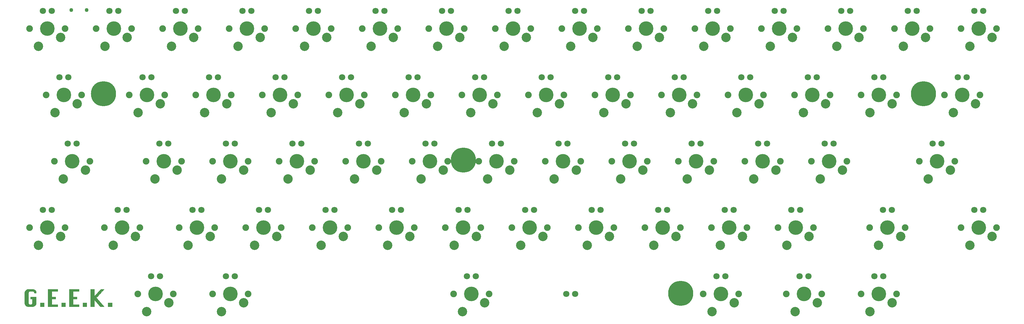
<source format=gbr>
G04 #@! TF.GenerationSoftware,KiCad,Pcbnew,(5.1.2-1)-1*
G04 #@! TF.CreationDate,2020-06-06T23:17:58+08:00*
G04 #@! TF.ProjectId,vim60,76696d36-302e-46b6-9963-61645f706362,rev?*
G04 #@! TF.SameCoordinates,Original*
G04 #@! TF.FileFunction,Soldermask,Top*
G04 #@! TF.FilePolarity,Negative*
%FSLAX46Y46*%
G04 Gerber Fmt 4.6, Leading zero omitted, Abs format (unit mm)*
G04 Created by KiCad (PCBNEW (5.1.2-1)-1) date 2020-06-06 23:17:58*
%MOMM*%
%LPD*%
G04 APERTURE LIST*
%ADD10C,0.100000*%
%ADD11C,1.803400*%
%ADD12C,1.902460*%
%ADD13C,2.702560*%
%ADD14C,4.183380*%
%ADD15C,7.203440*%
%ADD16C,7.204500*%
%ADD17C,1.103200*%
G04 APERTURE END LIST*
D10*
G36*
X71741700Y-188286400D02*
G01*
X71721700Y-188176400D01*
X71701700Y-188096400D01*
X71661700Y-187996400D01*
X71601700Y-187906400D01*
X71531700Y-187836400D01*
X71451700Y-187786400D01*
X71361700Y-187756400D01*
X71251700Y-187736400D01*
X70591700Y-187736400D01*
X70471700Y-187756400D01*
X70371700Y-187796400D01*
X70311700Y-187836400D01*
X70241700Y-187896400D01*
X70171700Y-187976400D01*
X70121700Y-188056400D01*
X70081700Y-188176400D01*
X70071700Y-188276400D01*
X70071700Y-191096400D01*
X70091700Y-191216400D01*
X70131700Y-191316400D01*
X70191700Y-191406400D01*
X70271700Y-191486400D01*
X70371700Y-191556400D01*
X70471700Y-191596400D01*
X70591700Y-191616400D01*
X70671700Y-191616400D01*
X70751700Y-191606400D01*
X70851700Y-191576400D01*
X70951700Y-191536400D01*
X71041700Y-191466400D01*
X71111700Y-191366400D01*
X71161700Y-191256400D01*
X71181700Y-191136400D01*
X71191700Y-191066400D01*
X71191700Y-189956400D01*
X70631700Y-189956400D01*
X70631700Y-189406400D01*
X72291700Y-189406400D01*
X72291700Y-191196400D01*
X72271700Y-191326400D01*
X72241700Y-191456400D01*
X72201700Y-191566400D01*
X72151700Y-191656400D01*
X72091700Y-191746400D01*
X72011700Y-191836400D01*
X71931700Y-191906400D01*
X71861700Y-191956400D01*
X71761700Y-192016400D01*
X71651700Y-192076400D01*
X71521700Y-192126400D01*
X71391700Y-192156400D01*
X71251700Y-192176400D01*
X70041700Y-192176400D01*
X69871700Y-192156400D01*
X69711700Y-192116400D01*
X69571700Y-192056400D01*
X69451700Y-191986400D01*
X69331700Y-191886400D01*
X69241700Y-191796400D01*
X69161700Y-191696400D01*
X69081700Y-191566400D01*
X69031700Y-191456400D01*
X68991700Y-191306400D01*
X68971700Y-191186400D01*
X68961700Y-191066400D01*
X68961700Y-188276400D01*
X68981700Y-188096400D01*
X69011700Y-187956400D01*
X69071700Y-187806400D01*
X69121700Y-187716400D01*
X69201700Y-187606400D01*
X69281700Y-187516400D01*
X69371700Y-187426400D01*
X69481700Y-187346400D01*
X69621700Y-187266400D01*
X69761700Y-187216400D01*
X69921700Y-187186400D01*
X70031700Y-187176400D01*
X71241700Y-187176400D01*
X71451700Y-187196400D01*
X71651700Y-187246400D01*
X71811700Y-187316400D01*
X71951700Y-187416400D01*
X72071700Y-187546400D01*
X72161700Y-187686400D01*
X72231700Y-187876400D01*
X72271700Y-188056400D01*
X72291700Y-188206400D01*
X72291700Y-188286400D01*
X71741700Y-188286400D01*
G37*
X71741700Y-188286400D02*
X71721700Y-188176400D01*
X71701700Y-188096400D01*
X71661700Y-187996400D01*
X71601700Y-187906400D01*
X71531700Y-187836400D01*
X71451700Y-187786400D01*
X71361700Y-187756400D01*
X71251700Y-187736400D01*
X70591700Y-187736400D01*
X70471700Y-187756400D01*
X70371700Y-187796400D01*
X70311700Y-187836400D01*
X70241700Y-187896400D01*
X70171700Y-187976400D01*
X70121700Y-188056400D01*
X70081700Y-188176400D01*
X70071700Y-188276400D01*
X70071700Y-191096400D01*
X70091700Y-191216400D01*
X70131700Y-191316400D01*
X70191700Y-191406400D01*
X70271700Y-191486400D01*
X70371700Y-191556400D01*
X70471700Y-191596400D01*
X70591700Y-191616400D01*
X70671700Y-191616400D01*
X70751700Y-191606400D01*
X70851700Y-191576400D01*
X70951700Y-191536400D01*
X71041700Y-191466400D01*
X71111700Y-191366400D01*
X71161700Y-191256400D01*
X71181700Y-191136400D01*
X71191700Y-191066400D01*
X71191700Y-189956400D01*
X70631700Y-189956400D01*
X70631700Y-189406400D01*
X72291700Y-189406400D01*
X72291700Y-191196400D01*
X72271700Y-191326400D01*
X72241700Y-191456400D01*
X72201700Y-191566400D01*
X72151700Y-191656400D01*
X72091700Y-191746400D01*
X72011700Y-191836400D01*
X71931700Y-191906400D01*
X71861700Y-191956400D01*
X71761700Y-192016400D01*
X71651700Y-192076400D01*
X71521700Y-192126400D01*
X71391700Y-192156400D01*
X71251700Y-192176400D01*
X70041700Y-192176400D01*
X69871700Y-192156400D01*
X69711700Y-192116400D01*
X69571700Y-192056400D01*
X69451700Y-191986400D01*
X69331700Y-191886400D01*
X69241700Y-191796400D01*
X69161700Y-191696400D01*
X69081700Y-191566400D01*
X69031700Y-191456400D01*
X68991700Y-191306400D01*
X68971700Y-191186400D01*
X68961700Y-191066400D01*
X68961700Y-188276400D01*
X68981700Y-188096400D01*
X69011700Y-187956400D01*
X69071700Y-187806400D01*
X69121700Y-187716400D01*
X69201700Y-187606400D01*
X69281700Y-187516400D01*
X69371700Y-187426400D01*
X69481700Y-187346400D01*
X69621700Y-187266400D01*
X69761700Y-187216400D01*
X69921700Y-187186400D01*
X70031700Y-187176400D01*
X71241700Y-187176400D01*
X71451700Y-187196400D01*
X71651700Y-187246400D01*
X71811700Y-187316400D01*
X71951700Y-187416400D01*
X72071700Y-187546400D01*
X72161700Y-187686400D01*
X72231700Y-187876400D01*
X72271700Y-188056400D01*
X72291700Y-188206400D01*
X72291700Y-188286400D01*
X71741700Y-188286400D01*
G36*
X92871700Y-191066400D02*
G01*
X92871700Y-192176400D01*
X93981700Y-192176400D01*
X93981700Y-191066400D01*
X92871700Y-191066400D01*
G37*
X92871700Y-191066400D02*
X92871700Y-192176400D01*
X93981700Y-192176400D01*
X93981700Y-191066400D01*
X92871700Y-191066400D01*
G36*
X85631700Y-191066400D02*
G01*
X85631700Y-192176400D01*
X86741700Y-192176400D01*
X86741700Y-191066400D01*
X85631700Y-191066400D01*
G37*
X85631700Y-191066400D02*
X85631700Y-192176400D01*
X86741700Y-192176400D01*
X86741700Y-191066400D01*
X85631700Y-191066400D01*
G36*
X79521700Y-191066400D02*
G01*
X79521700Y-192176400D01*
X80631700Y-192176400D01*
X80631700Y-191066400D01*
X79521700Y-191066400D01*
G37*
X79521700Y-191066400D02*
X79521700Y-192176400D01*
X80631700Y-192176400D01*
X80631700Y-191066400D01*
X79521700Y-191066400D01*
G36*
X73401700Y-191066400D02*
G01*
X73401700Y-192176400D01*
X74511700Y-192176400D01*
X74511700Y-191066400D01*
X73401700Y-191066400D01*
G37*
X73401700Y-191066400D02*
X73401700Y-192176400D01*
X74511700Y-192176400D01*
X74511700Y-191066400D01*
X73401700Y-191066400D01*
G36*
X87861700Y-187176400D02*
G01*
X87861700Y-192176400D01*
X88971700Y-192176400D01*
X88971700Y-190236400D01*
X90631700Y-192176400D01*
X91751700Y-192176400D01*
X89531700Y-189676400D01*
X91751700Y-187176400D01*
X90761700Y-187176400D01*
X88971700Y-189216400D01*
X88971700Y-187176400D01*
X87861700Y-187176400D01*
G37*
X87861700Y-187176400D02*
X87861700Y-192176400D01*
X88971700Y-192176400D01*
X88971700Y-190236400D01*
X90631700Y-192176400D01*
X91751700Y-192176400D01*
X89531700Y-189676400D01*
X91751700Y-187176400D01*
X90761700Y-187176400D01*
X88971700Y-189216400D01*
X88971700Y-187176400D01*
X87861700Y-187176400D01*
G36*
X81751700Y-187176400D02*
G01*
X81751700Y-192176400D01*
X84521700Y-192176400D01*
X84521700Y-191616400D01*
X82861700Y-191616400D01*
X82861700Y-189956400D01*
X83971700Y-189956400D01*
X83971700Y-189396400D01*
X82861700Y-189396400D01*
X82861700Y-187736400D01*
X84521700Y-187736400D01*
X84521700Y-187176400D01*
X81751700Y-187176400D01*
G37*
X81751700Y-187176400D02*
X81751700Y-192176400D01*
X84521700Y-192176400D01*
X84521700Y-191616400D01*
X82861700Y-191616400D01*
X82861700Y-189956400D01*
X83971700Y-189956400D01*
X83971700Y-189396400D01*
X82861700Y-189396400D01*
X82861700Y-187736400D01*
X84521700Y-187736400D01*
X84521700Y-187176400D01*
X81751700Y-187176400D01*
G36*
X75631700Y-187176400D02*
G01*
X75631700Y-192176400D01*
X78401700Y-192176400D01*
X78401700Y-191616400D01*
X76741700Y-191616400D01*
X76741700Y-189956400D01*
X77851700Y-189956400D01*
X77851700Y-189396400D01*
X76741700Y-189396400D01*
X76741700Y-187736400D01*
X78401700Y-187736400D01*
X78401700Y-187176400D01*
X75631700Y-187176400D01*
G37*
X75631700Y-187176400D02*
X75631700Y-192176400D01*
X78401700Y-192176400D01*
X78401700Y-191616400D01*
X76741700Y-191616400D01*
X76741700Y-189956400D01*
X77851700Y-189956400D01*
X77851700Y-189396400D01*
X76741700Y-189396400D01*
X76741700Y-187736400D01*
X78401700Y-187736400D01*
X78401700Y-187176400D01*
X75631700Y-187176400D01*
D11*
X226601700Y-188526400D03*
X224061700Y-188526400D03*
D12*
X337090000Y-169476500D03*
X347250000Y-169476500D03*
D13*
X345980000Y-172016500D03*
X339630000Y-174556500D03*
D14*
X342170000Y-169476500D03*
D15*
X194574200Y-150127650D03*
X326374100Y-131028450D03*
X256823600Y-188328350D03*
D16*
X91523500Y-131028450D03*
D11*
X76741700Y-107246400D03*
X74201700Y-107246400D03*
X78964199Y-126296400D03*
X81504199Y-126296400D03*
X83885499Y-145347800D03*
X81345499Y-145347800D03*
X76741700Y-164396500D03*
X74201700Y-164396500D03*
X93251700Y-107246400D03*
X95791700Y-107246400D03*
X95632900Y-164396500D03*
X98172900Y-164396500D03*
X107696499Y-183446530D03*
X105156499Y-183446530D03*
X112301700Y-107246400D03*
X114841700Y-107246400D03*
X102775300Y-126296400D03*
X105315300Y-126296400D03*
X110079199Y-145347800D03*
X107539199Y-145347800D03*
X117062800Y-164396500D03*
X119602800Y-164396500D03*
X133891700Y-107246400D03*
X131351700Y-107246400D03*
X124365300Y-126296400D03*
X121825300Y-126296400D03*
X126614201Y-145347800D03*
X129154201Y-145347800D03*
X138652800Y-164396500D03*
X136112800Y-164396500D03*
X126587900Y-183446530D03*
X129127900Y-183446530D03*
X150401700Y-107246400D03*
X152941700Y-107246400D03*
X143415300Y-126296400D03*
X140875300Y-126296400D03*
X145639199Y-145347800D03*
X148179199Y-145347800D03*
X157702800Y-164396500D03*
X155162800Y-164396500D03*
X171991700Y-107246400D03*
X169451700Y-107246400D03*
X159925300Y-126296400D03*
X162465300Y-126296400D03*
X167229199Y-145347800D03*
X164689199Y-145347800D03*
X174212800Y-164396500D03*
X176752800Y-164396500D03*
X188501700Y-107246400D03*
X191041700Y-107246400D03*
X181515300Y-126296400D03*
X178975300Y-126296400D03*
X183739199Y-145347800D03*
X186279199Y-145347800D03*
X195802800Y-164396500D03*
X193262800Y-164396500D03*
X195646000Y-183446530D03*
X198186000Y-183446530D03*
X210091700Y-107246400D03*
X207551700Y-107246400D03*
X200565300Y-126296400D03*
X198025300Y-126296400D03*
X205329199Y-145347800D03*
X202789199Y-145347800D03*
X212312800Y-164396500D03*
X214852800Y-164396500D03*
X226601700Y-107246400D03*
X229141700Y-107246400D03*
X219615300Y-126296400D03*
X217075300Y-126296400D03*
X221839199Y-145347800D03*
X224379199Y-145347800D03*
X233902800Y-164396500D03*
X231362800Y-164396500D03*
X248191700Y-107246400D03*
X245651700Y-107246400D03*
X236125300Y-126296400D03*
X238665300Y-126296400D03*
X243429199Y-145347800D03*
X240889199Y-145347800D03*
X250412800Y-164396500D03*
X252952800Y-164396500D03*
X264701700Y-107246400D03*
X267241700Y-107246400D03*
X257715300Y-126296400D03*
X255175300Y-126296400D03*
X259939199Y-145347800D03*
X262479199Y-145347800D03*
X272002800Y-164396500D03*
X269462800Y-164396500D03*
X267080999Y-183446530D03*
X269620999Y-183446530D03*
X286291700Y-107246400D03*
X283751700Y-107246400D03*
X274225300Y-126296400D03*
X276765300Y-126296400D03*
X281529199Y-145347800D03*
X278989199Y-145347800D03*
X291052800Y-164396500D03*
X288512800Y-164396500D03*
X290897000Y-183446530D03*
X293437000Y-183446530D03*
X302801700Y-107246400D03*
X305341700Y-107246400D03*
X295815300Y-126296400D03*
X293275300Y-126296400D03*
X298039199Y-145347800D03*
X300579199Y-145347800D03*
X312324000Y-183446530D03*
X314864000Y-183446530D03*
X324391700Y-107246400D03*
X321851700Y-107246400D03*
X314865300Y-126296400D03*
X312325300Y-126296400D03*
X328993000Y-145347800D03*
X331533000Y-145347800D03*
X314707000Y-164396500D03*
X317247000Y-164396500D03*
X343441700Y-107246400D03*
X340901700Y-107246400D03*
X336138000Y-126296400D03*
X338678000Y-126296400D03*
X343440000Y-164396500D03*
X340900000Y-164396500D03*
D17*
X82324200Y-106997650D03*
X86724200Y-106997650D03*
D14*
X75471700Y-112326400D03*
D13*
X72931700Y-117406400D03*
X79281700Y-114866400D03*
D12*
X80551700Y-112326400D03*
X70391700Y-112326400D03*
X75154199Y-131376400D03*
X85314199Y-131376400D03*
D13*
X84044199Y-133916400D03*
X77694199Y-136456400D03*
D14*
X80234199Y-131376400D03*
D12*
X77535499Y-150427800D03*
X87695499Y-150427800D03*
D13*
X86425499Y-152967800D03*
X80075499Y-155507800D03*
D14*
X82615499Y-150427800D03*
X75471700Y-169476500D03*
D13*
X72931700Y-174556500D03*
X79281700Y-172016500D03*
D12*
X80551700Y-169476500D03*
X70391700Y-169476500D03*
D14*
X94521700Y-112326400D03*
D13*
X91981700Y-117406400D03*
X98331700Y-114866400D03*
D12*
X99601700Y-112326400D03*
X89441700Y-112326400D03*
D14*
X96902900Y-169476500D03*
D13*
X94362900Y-174556500D03*
X100712900Y-172016500D03*
D12*
X101982900Y-169476500D03*
X91822900Y-169476500D03*
D14*
X106426499Y-188526530D03*
D13*
X103886499Y-193606530D03*
X110236499Y-191066530D03*
D12*
X111506499Y-188526530D03*
X101346499Y-188526530D03*
X108491700Y-112326400D03*
X118651700Y-112326400D03*
D13*
X117381700Y-114866400D03*
X111031700Y-117406400D03*
D14*
X113571700Y-112326400D03*
D12*
X98965300Y-131376400D03*
X109125300Y-131376400D03*
D13*
X107855300Y-133916400D03*
X101505300Y-136456400D03*
D14*
X104045300Y-131376400D03*
X108809199Y-150427800D03*
D13*
X106269199Y-155507800D03*
X112619199Y-152967800D03*
D12*
X113889199Y-150427800D03*
X103729199Y-150427800D03*
X113252800Y-169476500D03*
X123412800Y-169476500D03*
D13*
X122142800Y-172016500D03*
X115792800Y-174556500D03*
D14*
X118332800Y-169476500D03*
X132621700Y-112326400D03*
D13*
X130081700Y-117406400D03*
X136431700Y-114866400D03*
D12*
X137701700Y-112326400D03*
X127541700Y-112326400D03*
X118015300Y-131376400D03*
X128175300Y-131376400D03*
D13*
X126905300Y-133916400D03*
X120555300Y-136456400D03*
D14*
X123095300Y-131376400D03*
D12*
X122804201Y-150427800D03*
X132964201Y-150427800D03*
D13*
X131694201Y-152967800D03*
X125344201Y-155507800D03*
D14*
X127884201Y-150427800D03*
D12*
X132302800Y-169476500D03*
X142462800Y-169476500D03*
D13*
X141192800Y-172016500D03*
X134842800Y-174556500D03*
D14*
X137382800Y-169476500D03*
X127857900Y-188526530D03*
D13*
X125317900Y-193606530D03*
X131667900Y-191066530D03*
D12*
X132937900Y-188526530D03*
X122777900Y-188526530D03*
D14*
X151671700Y-112326400D03*
D13*
X149131700Y-117406400D03*
X155481700Y-114866400D03*
D12*
X156751700Y-112326400D03*
X146591700Y-112326400D03*
X137065300Y-131376400D03*
X147225300Y-131376400D03*
D13*
X145955300Y-133916400D03*
X139605300Y-136456400D03*
D14*
X142145300Y-131376400D03*
X146909199Y-150427800D03*
D13*
X144369199Y-155507800D03*
X150719199Y-152967800D03*
D12*
X151989199Y-150427800D03*
X141829199Y-150427800D03*
X151352800Y-169476500D03*
X161512800Y-169476500D03*
D13*
X160242800Y-172016500D03*
X153892800Y-174556500D03*
D14*
X156432800Y-169476500D03*
X170721700Y-112326400D03*
D13*
X168181700Y-117406400D03*
X174531700Y-114866400D03*
D12*
X175801700Y-112326400D03*
X165641700Y-112326400D03*
X156115300Y-131376400D03*
X166275300Y-131376400D03*
D13*
X165005300Y-133916400D03*
X158655300Y-136456400D03*
D14*
X161195300Y-131376400D03*
D12*
X160879199Y-150427800D03*
X171039199Y-150427800D03*
D13*
X169769199Y-152967800D03*
X163419199Y-155507800D03*
D14*
X165959199Y-150427800D03*
D12*
X170402800Y-169476500D03*
X180562800Y-169476500D03*
D13*
X179292800Y-172016500D03*
X172942800Y-174556500D03*
D14*
X175482800Y-169476500D03*
D12*
X184691700Y-112326400D03*
X194851700Y-112326400D03*
D13*
X193581700Y-114866400D03*
X187231700Y-117406400D03*
D14*
X189771700Y-112326400D03*
D12*
X175165300Y-131376400D03*
X185325300Y-131376400D03*
D13*
X184055300Y-133916400D03*
X177705300Y-136456400D03*
D14*
X180245300Y-131376400D03*
D12*
X179929199Y-150427800D03*
X190089199Y-150427800D03*
D13*
X188819199Y-152967800D03*
X182469199Y-155507800D03*
D14*
X185009199Y-150427800D03*
D12*
X189452800Y-169476500D03*
X199612800Y-169476500D03*
D13*
X198342800Y-172016500D03*
X191992800Y-174556500D03*
D14*
X194532800Y-169476500D03*
D12*
X191836000Y-188526530D03*
X201996000Y-188526530D03*
D13*
X200726000Y-191066530D03*
X194376000Y-193606530D03*
D14*
X196916000Y-188526530D03*
D12*
X203741700Y-112326400D03*
X213901700Y-112326400D03*
D13*
X212631700Y-114866400D03*
X206281700Y-117406400D03*
D14*
X208821700Y-112326400D03*
D12*
X194215300Y-131376400D03*
X204375300Y-131376400D03*
D13*
X203105300Y-133916400D03*
X196755300Y-136456400D03*
D14*
X199295300Y-131376400D03*
X204059199Y-150427800D03*
D13*
X201519199Y-155507800D03*
X207869199Y-152967800D03*
D12*
X209139199Y-150427800D03*
X198979199Y-150427800D03*
X208502800Y-169476500D03*
X218662800Y-169476500D03*
D13*
X217392800Y-172016500D03*
X211042800Y-174556500D03*
D14*
X213582800Y-169476500D03*
X227871700Y-112326400D03*
D13*
X225331700Y-117406400D03*
X231681700Y-114866400D03*
D12*
X232951700Y-112326400D03*
X222791700Y-112326400D03*
D14*
X218345300Y-131376400D03*
D13*
X215805300Y-136456400D03*
X222155300Y-133916400D03*
D12*
X223425300Y-131376400D03*
X213265300Y-131376400D03*
D14*
X223109199Y-150427800D03*
D13*
X220569199Y-155507800D03*
X226919199Y-152967800D03*
D12*
X228189199Y-150427800D03*
X218029199Y-150427800D03*
D14*
X232632800Y-169476500D03*
D13*
X230092800Y-174556500D03*
X236442800Y-172016500D03*
D12*
X237712800Y-169476500D03*
X227552800Y-169476500D03*
X241841700Y-112326400D03*
X252001700Y-112326400D03*
D13*
X250731700Y-114866400D03*
X244381700Y-117406400D03*
D14*
X246921700Y-112326400D03*
X237395300Y-131376400D03*
D13*
X234855300Y-136456400D03*
X241205300Y-133916400D03*
D12*
X242475300Y-131376400D03*
X232315300Y-131376400D03*
D14*
X242159199Y-150427800D03*
D13*
X239619199Y-155507800D03*
X245969199Y-152967800D03*
D12*
X247239199Y-150427800D03*
X237079199Y-150427800D03*
X246602800Y-169476500D03*
X256762800Y-169476500D03*
D13*
X255492800Y-172016500D03*
X249142800Y-174556500D03*
D14*
X251682800Y-169476500D03*
X265971700Y-112326400D03*
D13*
X263431700Y-117406400D03*
X269781700Y-114866400D03*
D12*
X271051700Y-112326400D03*
X260891700Y-112326400D03*
D14*
X256445300Y-131376400D03*
D13*
X253905300Y-136456400D03*
X260255300Y-133916400D03*
D12*
X261525300Y-131376400D03*
X251365300Y-131376400D03*
D14*
X261209199Y-150427800D03*
D13*
X258669199Y-155507800D03*
X265019199Y-152967800D03*
D12*
X266289199Y-150427800D03*
X256129199Y-150427800D03*
D14*
X270732800Y-169476500D03*
D13*
X268192800Y-174556500D03*
X274542800Y-172016500D03*
D12*
X275812800Y-169476500D03*
X265652800Y-169476500D03*
X263270999Y-188526530D03*
X273430999Y-188526530D03*
D13*
X272160999Y-191066530D03*
X265810999Y-193606530D03*
D14*
X268350999Y-188526530D03*
D12*
X279941700Y-112326400D03*
X290101700Y-112326400D03*
D13*
X288831700Y-114866400D03*
X282481700Y-117406400D03*
D14*
X285021700Y-112326400D03*
X275495300Y-131376400D03*
D13*
X272955300Y-136456400D03*
X279305300Y-133916400D03*
D12*
X280575300Y-131376400D03*
X270415300Y-131376400D03*
X275179199Y-150427800D03*
X285339199Y-150427800D03*
D13*
X284069199Y-152967800D03*
X277719199Y-155507800D03*
D14*
X280259199Y-150427800D03*
D12*
X284702800Y-169476500D03*
X294862800Y-169476500D03*
D13*
X293592800Y-172016500D03*
X287242800Y-174556500D03*
D14*
X289782800Y-169476500D03*
D12*
X287087000Y-188526530D03*
X297247000Y-188526530D03*
D13*
X295977000Y-191066530D03*
X289627000Y-193606530D03*
D14*
X292167000Y-188526530D03*
X304071700Y-112326400D03*
D13*
X301531700Y-117406400D03*
X307881700Y-114866400D03*
D12*
X309151700Y-112326400D03*
X298991700Y-112326400D03*
D14*
X294545300Y-131376400D03*
D13*
X292005300Y-136456400D03*
X298355300Y-133916400D03*
D12*
X299625300Y-131376400D03*
X289465300Y-131376400D03*
D14*
X299309199Y-150427800D03*
D13*
X296769199Y-155507800D03*
X303119199Y-152967800D03*
D12*
X304389199Y-150427800D03*
X294229199Y-150427800D03*
X308514000Y-188526530D03*
X318674000Y-188526530D03*
D13*
X317404000Y-191066530D03*
X311054000Y-193606530D03*
D14*
X313594000Y-188526530D03*
X323121700Y-112326400D03*
D13*
X320581700Y-117406400D03*
X326931700Y-114866400D03*
D12*
X328201700Y-112326400D03*
X318041700Y-112326400D03*
D14*
X313595300Y-131376400D03*
D13*
X311055300Y-136456400D03*
X317405300Y-133916400D03*
D12*
X318675300Y-131376400D03*
X308515300Y-131376400D03*
X325183000Y-150427800D03*
X335343000Y-150427800D03*
D13*
X334073000Y-152967800D03*
X327723000Y-155507800D03*
D14*
X330263000Y-150427800D03*
X315977000Y-169476500D03*
D13*
X313437000Y-174556500D03*
X319787000Y-172016500D03*
D12*
X321057000Y-169476500D03*
X310897000Y-169476500D03*
D14*
X342171700Y-112326400D03*
D13*
X339631700Y-117406400D03*
X345981700Y-114866400D03*
D12*
X347251700Y-112326400D03*
X337091700Y-112326400D03*
D14*
X337408000Y-131376400D03*
D13*
X334868000Y-136456400D03*
X341218000Y-133916400D03*
D12*
X342488000Y-131376400D03*
X332328000Y-131376400D03*
M02*

</source>
